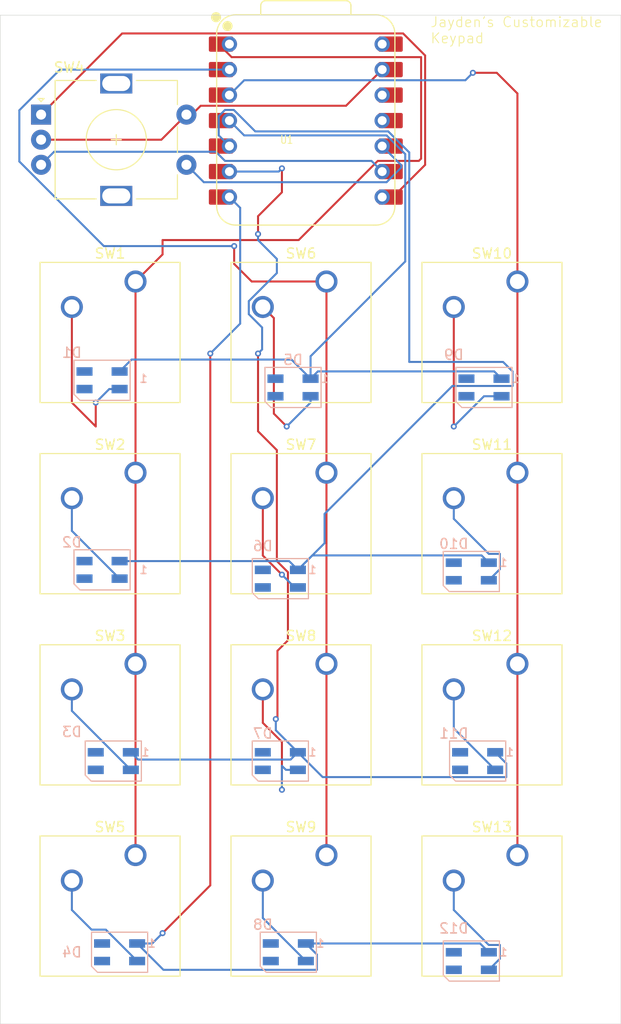
<source format=kicad_pcb>
(kicad_pcb (version 20240108) (generator "pcbnew") (generator_version "8.0")
  (layers (0 "F.Cu" signal) (31 "B.Cu" signal) (34 "B.Paste" user) (35 "F.Paste" user) (36 "B.SilkS" user "B.Silkscreen") (37 "F.SilkS" user "F.Silkscreen") (38 "B.Mask" user) (39 "F.Mask" user) (44 "Edge.Cuts" user))
  (net 0 "")
  (net 1 "row1")
  (net 2 "Net-(D1-A)")
  (net 3 "Net-(D2-A)")
  (net 4 "row2")
  (net 5 "Net-(D3-A)")
  (net 6 "row3")
  (net 7 "row4")
  (net 8 "Net-(D4-A)")
  (net 9 "Net-(D5-A)")
  (net 10 "Net-(D6-A)")
  (net 11 "Net-(D7-A)")
  (net 12 "Net-(D8-A)")
  (net 13 "Net-(D9-A)")
  (net 14 "Net-(D10-A)")
  (net 15 "Net-(D11-A)")
  (net 16 "Net-(D12-A)")
  (net 17 "col1")
  (net 18 "GND")
  (net 19 "Net-(U1-GPIO1{slash}RX)")
  (net 20 "Net-(U1-GPIO2{slash}SCK)")
  (net 21 "Net-(U1-GPIO4{slash}MISO)")
  (net 22 "col2")
  (net 23 "col3")
  (net 26 "+3.3V")
  (footprint "Button_Switch_Keyboard:SW_Cherry_MX_1.00u_PCB" (layer "F.Cu") (at 144.4625 102.235)
    (property "Reference" "SW8" (at -2.54 -2.794 0) (layer "F.SilkS"))
    (property "Value" "SW_Push")
    (fp_line (start -9.525 -1.905) (end 4.445 -1.905) (stroke (width 0.12)) (layer "F.SilkS"))
    (fp_line (start -9.525 12.065) (end -9.525 -1.905) (stroke (width 0.12)) (layer "F.SilkS"))
    (fp_line (start 4.445 -1.905) (end 4.445 12.065) (stroke (width 0.12)) (layer "F.SilkS"))
    (fp_line (start 4.445 12.065) (end -9.525 12.065) (stroke (width 0.12)) (layer "F.SilkS"))
    (pad "" np_thru_hole circle (at -7.62 5.08) (size 1.7 1.7) (drill 1.7) (layers "*.Cu" "*.Mask"))
    (pad "" np_thru_hole circle (at -2.54 5.08) (size 4 4) (drill 4) (layers "*.Cu" "*.Mask"))
    (pad "" np_thru_hole circle (at 2.54 5.08) (size 1.7 1.7) (drill 1.7) (layers "*.Cu" "*.Mask"))
    (pad "1" thru_hole circle (at 0 0) (size 2.2 2.2) (drill 1.5) (layers "*.Cu" "*.Mask") (net 22 "col2"))
    (pad "2" thru_hole circle (at -6.35 2.54) (size 2.2 2.2) (drill 1.5) (layers "*.Cu" "*.Mask") (net 11 "Net-(D7-A)"))
  )
  (footprint "Button_Switch_Keyboard:SW_Cherry_MX_1.00u_PCB" (layer "F.Cu") (at 163.5125 121.285)
    (property "Reference" "SW13" (at -2.54 -2.794 0) (layer "F.SilkS"))
    (property "Value" "SW_Push")
    (fp_line (start -9.525 -1.905) (end 4.445 -1.905) (stroke (width 0.12)) (layer "F.SilkS"))
    (fp_line (start -9.525 12.065) (end -9.525 -1.905) (stroke (width 0.12)) (layer "F.SilkS"))
    (fp_line (start 4.445 -1.905) (end 4.445 12.065) (stroke (width 0.12)) (layer "F.SilkS"))
    (fp_line (start 4.445 12.065) (end -9.525 12.065) (stroke (width 0.12)) (layer "F.SilkS"))
    (pad "" np_thru_hole circle (at -7.62 5.08) (size 1.7 1.7) (drill 1.7) (layers "*.Cu" "*.Mask"))
    (pad "" np_thru_hole circle (at -2.54 5.08) (size 4 4) (drill 4) (layers "*.Cu" "*.Mask"))
    (pad "" np_thru_hole circle (at 2.54 5.08) (size 1.7 1.7) (drill 1.7) (layers "*.Cu" "*.Mask"))
    (pad "1" thru_hole circle (at 0 0) (size 2.2 2.2) (drill 1.5) (layers "*.Cu" "*.Mask") (net 23 "col3"))
    (pad "2" thru_hole circle (at -6.35 2.54) (size 2.2 2.2) (drill 1.5) (layers "*.Cu" "*.Mask") (net 16 "Net-(D12-A)"))
  )
  (footprint "Button_Switch_Keyboard:SW_Cherry_MX_1.00u_PCB" (layer "F.Cu") (at 144.4625 64.135)
    (property "Reference" "SW6" (at -2.54 -2.794 0) (layer "F.SilkS"))
    (property "Value" "SW_Push")
    (fp_line (start -9.525 -1.905) (end 4.445 -1.905) (stroke (width 0.12)) (layer "F.SilkS"))
    (fp_line (start -9.525 12.065) (end -9.525 -1.905) (stroke (width 0.12)) (layer "F.SilkS"))
    (fp_line (start 4.445 -1.905) (end 4.445 12.065) (stroke (width 0.12)) (layer "F.SilkS"))
    (fp_line (start 4.445 12.065) (end -9.525 12.065) (stroke (width 0.12)) (layer "F.SilkS"))
    (pad "" np_thru_hole circle (at -7.62 5.08) (size 1.7 1.7) (drill 1.7) (layers "*.Cu" "*.Mask"))
    (pad "" np_thru_hole circle (at -2.54 5.08) (size 4 4) (drill 4) (layers "*.Cu" "*.Mask"))
    (pad "" np_thru_hole circle (at 2.54 5.08) (size 1.7 1.7) (drill 1.7) (layers "*.Cu" "*.Mask"))
    (pad "1" thru_hole circle (at 0 0) (size 2.2 2.2) (drill 1.5) (layers "*.Cu" "*.Mask") (net 22 "col2"))
    (pad "2" thru_hole circle (at -6.35 2.54) (size 2.2 2.2) (drill 1.5) (layers "*.Cu" "*.Mask") (net 9 "Net-(D5-A)"))
  )
  (footprint "Seeed Studio XIAO Series Library:XIAO-RP2040-DIP" (layer "F.Cu") (at 142.39875 48.10125)
    (property "Reference" "U1" (at -1.905 1.905 0) (layer "F.SilkS") (effects (font (size 0.8 0.635) (thickness 0.1016))))
    (property "Value" "XIAO-RP2040-DIP")
    (fp_line (start -8.89 8.509) (end -8.89 -8.636) (stroke (width 0.127)) (layer "F.SilkS"))
    (fp_line (start -6.985 10.414) (end 6.985 10.414) (stroke (width 0.127)) (layer "F.SilkS"))
    (fp_line (start -4.495 -10.541) (end -4.491272 -11.451272) (stroke (width 0.127)) (layer "F.SilkS"))
    (fp_line (start -3.991272 -11.951) (end 4.004 -11.951) (stroke (width 0.127)) (layer "F.SilkS"))
    (fp_line (start 4.504 -11.451) (end 4.504 -10.541) (stroke (width 0.127)) (layer "F.SilkS"))
    (fp_line (start 6.985 -10.541) (end -6.985 -10.541) (stroke (width 0.1)) (layer "F.SilkS"))
    (fp_line (start 6.985 -10.541) (end -6.985 -10.541) (stroke (width 0.127)) (layer "F.SilkS"))
    (fp_line (start 8.89 8.509) (end 8.89 -8.636) (stroke (width 0.127)) (layer "F.SilkS"))
    (fp_arc (start -8.89 -8.636) (mid -8.332038 -9.983038) (end -6.985 -10.541) (stroke (width 0.127)) (layer "F.SilkS"))
    (fp_arc (start -6.985 10.414) (mid -8.332038 9.856038) (end -8.89 8.509) (stroke (width 0.127)) (layer "F.SilkS"))
    (fp_arc (start -4.491272 -11.451272) (mid -4.344724 -11.804644) (end -3.991272 -11.951) (stroke (width 0.127)) (layer "F.SilkS"))
    (fp_arc (start 4.004 -11.951) (mid 4.357553 -11.804553) (end 4.504 -11.451) (stroke (width 0.127)) (layer "F.SilkS"))
    (fp_arc (start 6.985 -10.541) (mid 8.332038 -9.983038) (end 8.89 -8.636) (stroke (width 0.127)) (layer "F.SilkS"))
    (fp_arc (start 8.89 8.509) (mid 8.332038 9.856038) (end 6.985 10.414) (stroke (width 0.127)) (layer "F.SilkS"))
    (fp_circle (center -8.95 -10.3) (end -8.95 -10.554) (stroke (width 0.5)) (fill solid) (layer "F.SilkS"))
    (fp_circle (center -7.807 -9.42) (end -7.807 -9.674) (stroke (width 0.5)) (fill solid) (layer "F.SilkS"))
    (pad "1" smd roundrect (at -8.455 -7.62 180) (size 2.432 1.524) (layers "F.Cu" "F.Mask") (roundrect_rratio 0.1) (net 17 "col1"))
    (pad "1" thru_hole circle (at -7.62 -7.62 180) (size 1.524 1.524) (drill 0.889) (layers "*.Cu" "*.Mask") (net 17 "col1"))
    (pad "2" smd roundrect (at -8.455 -5.08 180) (size 2.432 1.524) (layers "F.Cu" "F.Mask") (roundrect_rratio 0.1) (net 22 "col2"))
    (pad "2" thru_hole circle (at -7.62 -5.08 180) (size 1.524 1.524) (drill 0.889) (layers "*.Cu" "*.Mask") (net 22 "col2"))
    (pad "3" smd roundrect (at -8.455 -2.54 180) (size 2.432 1.524) (layers "F.Cu" "F.Mask") (roundrect_rratio 0.1) (net 23 "col3"))
    (pad "3" thru_hole circle (at -7.62 -2.54 180) (size 1.524 1.524) (drill 0.889) (layers "*.Cu" "*.Mask") (net 23 "col3"))
    (pad "4" smd roundrect (at -8.455 0 180) (size 2.432 1.524) (layers "F.Cu" "F.Mask") (roundrect_rratio 0.1) (net 1 "row1"))
    (pad "4" thru_hole circle (at -7.62 0 180) (size 1.524 1.524) (drill 0.889) (layers "*.Cu" "*.Mask") (net 1 "row1"))
    (pad "5" smd roundrect (at -8.455 2.54 180) (size 2.432 1.524) (layers "F.Cu" "F.Mask") (roundrect_rratio 0.1) (net 4 "row2"))
    (pad "5" thru_hole circle (at -7.62 2.54 180) (size 1.524 1.524) (drill 0.889) (layers "*.Cu" "*.Mask") (net 4 "row2"))
    (pad "6" smd roundrect (at -8.455 5.08 180) (size 2.432 1.524) (layers "F.Cu" "F.Mask") (roundrect_rratio 0.1) (net 6 "row3"))
    (pad "6" thru_hole circle (at -7.62 5.08 180) (size 1.524 1.524) (drill 0.889) (layers "*.Cu" "*.Mask") (net 6 "row3"))
    (pad "7" smd roundrect (at -8.455 7.62 180) (size 2.432 1.524) (layers "F.Cu" "F.Mask") (roundrect_rratio 0.1) (net 7 "row4"))
    (pad "7" thru_hole circle (at -7.62 7.62 180) (size 1.524 1.524) (drill 0.889) (layers "*.Cu" "*.Mask") (net 7 "row4"))
    (pad "8" thru_hole circle (at 7.62 7.62) (size 1.524 1.524) (drill 0.889) (layers "*.Cu" "*.Mask") (net 19 "Net-(U1-GPIO1{slash}RX)"))
    (pad "8" smd roundrect (at 8.455 7.62) (size 2.432 1.524) (layers "F.Cu" "F.Mask") (roundrect_rratio 0.1) (net 19 "Net-(U1-GPIO1{slash}RX)"))
    (pad "9" thru_hole circle (at 7.62 5.08) (size 1.524 1.524) (drill 0.889) (layers "*.Cu" "*.Mask") (net 20 "Net-(U1-GPIO2{slash}SCK)"))
    (pad "9" smd roundrect (at 8.455 5.08) (size 2.432 1.524) (layers "F.Cu" "F.Mask") (roundrect_rratio 0.1) (net 20 "Net-(U1-GPIO2{slash}SCK)"))
    (pad "10" thru_hole circle (at 7.62 2.54) (size 1.524 1.524) (drill 0.889) (layers "*.Cu" "*.Mask") (net 21 "Net-(U1-GPIO4{slash}MISO)"))
    (pad "10" smd roundrect (at 8.455 2.54) (size 2.432 1.524) (layers "F.Cu" "F.Mask") (roundrect_rratio 0.1) (net 21 "Net-(U1-GPIO4{slash}MISO)"))
    (pad "11" thru_hole circle (at 7.62 0) (size 1.524 1.524) (drill 0.889) (layers "*.Cu" "*.Mask"))
    (pad "11" smd roundrect (at 8.455 0) (size 2.432 1.524) (layers "F.Cu" "F.Mask") (roundrect_rratio 0.1))
    (pad "12" thru_hole circle (at 7.62 -2.54) (size 1.524 1.524) (drill 0.889) (layers "*.Cu" "*.Mask") (net 26 "+3.3V"))
    (pad "12" smd roundrect (at 8.455 -2.54) (size 2.432 1.524) (layers "F.Cu" "F.Mask") (roundrect_rratio 0.1) (net 26 "+3.3V"))
    (pad "13" thru_hole circle (at 7.62 -5.08) (size 1.524 1.524) (drill 0.889) (layers "*.Cu" "*.Mask") (net 18 "GND"))
    (pad "13" smd roundrect (at 8.455 -5.08) (size 2.432 1.524) (layers "F.Cu" "F.Mask") (roundrect_rratio 0.1) (net 18 "GND"))
    (pad "14" thru_hole circle (at 7.62 -7.62) (size 1.524 1.524) (drill 0.889) (layers "*.Cu" "*.Mask"))
    (pad "14" smd roundrect (at 8.455 -7.62) (size 2.432 1.524) (layers "F.Cu" "F.Mask") (roundrect_rratio 0.1))
  )
  (footprint "Button_Switch_Keyboard:SW_Cherry_MX_1.00u_PCB" (layer "F.Cu") (at 125.4125 83.185)
    (property "Reference" "SW2" (at -2.54 -2.794 0) (layer "F.SilkS"))
    (property "Value" "SW_Push")
    (fp_line (start -9.525 -1.905) (end 4.445 -1.905) (stroke (width 0.12)) (layer "F.SilkS"))
    (fp_line (start -9.525 12.065) (end -9.525 -1.905) (stroke (width 0.12)) (layer "F.SilkS"))
    (fp_line (start 4.445 -1.905) (end 4.445 12.065) (stroke (width 0.12)) (layer "F.SilkS"))
    (fp_line (start 4.445 12.065) (end -9.525 12.065) (stroke (width 0.12)) (layer "F.SilkS"))
    (pad "" np_thru_hole circle (at -7.62 5.08) (size 1.7 1.7) (drill 1.7) (layers "*.Cu" "*.Mask"))
    (pad "" np_thru_hole circle (at -2.54 5.08) (size 4 4) (drill 4) (layers "*.Cu" "*.Mask"))
    (pad "" np_thru_hole circle (at 2.54 5.08) (size 1.7 1.7) (drill 1.7) (layers "*.Cu" "*.Mask"))
    (pad "1" thru_hole circle (at 0 0) (size 2.2 2.2) (drill 1.5) (layers "*.Cu" "*.Mask") (net 17 "col1"))
    (pad "2" thru_hole circle (at -6.35 2.54) (size 2.2 2.2) (drill 1.5) (layers "*.Cu" "*.Mask") (net 3 "Net-(D2-A)"))
  )
  (footprint "Button_Switch_Keyboard:SW_Cherry_MX_1.00u_PCB" (layer "F.Cu") (at 144.4625 83.185)
    (property "Reference" "SW7" (at -2.54 -2.794 0) (layer "F.SilkS"))
    (property "Value" "SW_Push")
    (fp_line (start -9.525 -1.905) (end 4.445 -1.905) (stroke (width 0.12)) (layer "F.SilkS"))
    (fp_line (start -9.525 12.065) (end -9.525 -1.905) (stroke (width 0.12)) (layer "F.SilkS"))
    (fp_line (start 4.445 -1.905) (end 4.445 12.065) (stroke (width 0.12)) (layer "F.SilkS"))
    (fp_line (start 4.445 12.065) (end -9.525 12.065) (stroke (width 0.12)) (layer "F.SilkS"))
    (pad "" np_thru_hole circle (at -7.62 5.08) (size 1.7 1.7) (drill 1.7) (layers "*.Cu" "*.Mask"))
    (pad "" np_thru_hole circle (at -2.54 5.08) (size 4 4) (drill 4) (layers "*.Cu" "*.Mask"))
    (pad "" np_thru_hole circle (at 2.54 5.08) (size 1.7 1.7) (drill 1.7) (layers "*.Cu" "*.Mask"))
    (pad "1" thru_hole circle (at 0 0) (size 2.2 2.2) (drill 1.5) (layers "*.Cu" "*.Mask") (net 22 "col2"))
    (pad "2" thru_hole circle (at -6.35 2.54) (size 2.2 2.2) (drill 1.5) (layers "*.Cu" "*.Mask") (net 10 "Net-(D6-A)"))
  )
  (footprint "Button_Switch_Keyboard:SW_Cherry_MX_1.00u_PCB" (layer "F.Cu") (at 125.4125 102.235)
    (property "Reference" "SW3" (at -2.54 -2.794 0) (layer "F.SilkS"))
    (property "Value" "SW_Push")
    (fp_line (start -9.525 -1.905) (end 4.445 -1.905) (stroke (width 0.12)) (layer "F.SilkS"))
    (fp_line (start -9.525 12.065) (end -9.525 -1.905) (stroke (width 0.12)) (layer "F.SilkS"))
    (fp_line (start 4.445 -1.905) (end 4.445 12.065) (stroke (width 0.12)) (layer "F.SilkS"))
    (fp_line (start 4.445 12.065) (end -9.525 12.065) (stroke (width 0.12)) (layer "F.SilkS"))
    (pad "" np_thru_hole circle (at -7.62 5.08) (size 1.7 1.7) (drill 1.7) (layers "*.Cu" "*.Mask"))
    (pad "" np_thru_hole circle (at -2.54 5.08) (size 4 4) (drill 4) (layers "*.Cu" "*.Mask"))
    (pad "" np_thru_hole circle (at 2.54 5.08) (size 1.7 1.7) (drill 1.7) (layers "*.Cu" "*.Mask"))
    (pad "1" thru_hole circle (at 0 0) (size 2.2 2.2) (drill 1.5) (layers "*.Cu" "*.Mask") (net 17 "col1"))
    (pad "2" thru_hole circle (at -6.35 2.54) (size 2.2 2.2) (drill 1.5) (layers "*.Cu" "*.Mask") (net 5 "Net-(D3-A)"))
  )
  (footprint "Rotary_Encoder:RotaryEncoder_Alps_EC11E-Switch_Vertical_H20mm" (layer "F.Cu") (at 115.9925 47.50625)
    (property "Reference" "SW4" (at 2.8 -4.7 0) (layer "F.SilkS"))
    (property "Value" "RotaryEncoder_Switch")
    (fp_line (start -0.3 -1.6) (end 0.3 -1.6) (stroke (width 0.12)) (layer "F.SilkS"))
    (fp_line (start 0 -1.3) (end -0.3 -1.6) (stroke (width 0.12)) (layer "F.SilkS"))
    (fp_line (start 0.3 -1.6) (end 0 -1.3) (stroke (width 0.12)) (layer "F.SilkS"))
    (fp_line (start 1.4 -3.4) (end 1.4 8.4) (stroke (width 0.12)) (layer "F.SilkS"))
    (fp_line (start 5.5 -3.4) (end 1.4 -3.4) (stroke (width 0.12)) (layer "F.SilkS"))
    (fp_line (start 5.5 8.4) (end 1.4 8.4) (stroke (width 0.12)) (layer "F.SilkS"))
    (fp_line (start 7 2.5) (end 8 2.5) (stroke (width 0.12)) (layer "F.SilkS"))
    (fp_line (start 7.5 2) (end 7.5 3) (stroke (width 0.12)) (layer "F.SilkS"))
    (fp_line (start 9.5 -3.4) (end 13.6 -3.4) (stroke (width 0.12)) (layer "F.SilkS"))
    (fp_line (start 13.6 -3.4) (end 13.6 -1) (stroke (width 0.12)) (layer "F.SilkS"))
    (fp_line (start 13.6 1.2) (end 13.6 3.8) (stroke (width 0.12)) (layer "F.SilkS"))
    (fp_line (start 13.6 6) (end 13.6 8.4) (stroke (width 0.12)) (layer "F.SilkS"))
    (fp_line (start 13.6 8.4) (end 9.5 8.4) (stroke (width 0.12)) (layer "F.SilkS"))
    (fp_circle (center 7.5 2.5) (end 10.5 2.5) (stroke (width 0.12)) (fill none) (layer "F.SilkS"))
    (pad "A" thru_hole rect (at 0 0) (size 2 2) (drill 1) (layers "*.Cu" "*.Mask") (net 19 "Net-(U1-GPIO1{slash}RX)"))
    (pad "B" thru_hole circle (at 0 5) (size 2 2) (drill 1) (layers "*.Cu" "*.Mask") (net 20 "Net-(U1-GPIO2{slash}SCK)"))
    (pad "C" thru_hole circle (at 0 2.5) (size 2 2) (drill 1) (layers "*.Cu" "*.Mask") (net 18 "GND"))
    (pad "MP" thru_hole rect (at 7.5 -3.1) (size 3.2 2) (drill oval 2.8 1.5) (layers "*.Cu" "*.Mask"))
    (pad "MP" thru_hole rect (at 7.5 8.1) (size 3.2 2) (drill oval 2.8 1.5) (layers "*.Cu" "*.Mask"))
    (pad "S1" thru_hole circle (at 14.5 5) (size 2 2) (drill 1) (layers "*.Cu" "*.Mask") (net 21 "Net-(U1-GPIO4{slash}MISO)"))
    (pad "S2" thru_hole circle (at 14.5 0) (size 2 2) (drill 1) (layers "*.Cu" "*.Mask") (net 18 "GND"))
  )
  (footprint "Button_Switch_Keyboard:SW_Cherry_MX_1.00u_PCB" (layer "F.Cu") (at 163.5125 64.135)
    (property "Reference" "SW10" (at -2.54 -2.794 0) (layer "F.SilkS"))
    (property "Value" "SW_Push")
    (fp_line (start -9.525 -1.905) (end 4.445 -1.905) (stroke (width 0.12)) (layer "F.SilkS"))
    (fp_line (start -9.525 12.065) (end -9.525 -1.905) (stroke (width 0.12)) (layer "F.SilkS"))
    (fp_line (start 4.445 -1.905) (end 4.445 12.065) (stroke (width 0.12)) (layer "F.SilkS"))
    (fp_line (start 4.445 12.065) (end -9.525 12.065) (stroke (width 0.12)) (layer "F.SilkS"))
    (pad "" np_thru_hole circle (at -7.62 5.08) (size 1.7 1.7) (drill 1.7) (layers "*.Cu" "*.Mask"))
    (pad "" np_thru_hole circle (at -2.54 5.08) (size 4 4) (drill 4) (layers "*.Cu" "*.Mask"))
    (pad "" np_thru_hole circle (at 2.54 5.08) (size 1.7 1.7) (drill 1.7) (layers "*.Cu" "*.Mask"))
    (pad "1" thru_hole circle (at 0 0) (size 2.2 2.2) (drill 1.5) (layers "*.Cu" "*.Mask") (net 23 "col3"))
    (pad "2" thru_hole circle (at -6.35 2.54) (size 2.2 2.2) (drill 1.5) (layers "*.Cu" "*.Mask") (net 13 "Net-(D9-A)"))
  )
  (footprint "Button_Switch_Keyboard:SW_Cherry_MX_1.00u_PCB" (layer "F.Cu") (at 125.4125 121.285)
    (property "Reference" "SW5" (at -2.54 -2.794 0) (layer "F.SilkS"))
    (property "Value" "SW_Push")
    (fp_line (start -9.525 -1.905) (end 4.445 -1.905) (stroke (width 0.12)) (layer "F.SilkS"))
    (fp_line (start -9.525 12.065) (end -9.525 -1.905) (stroke (width 0.12)) (layer "F.SilkS"))
    (fp_line (start 4.445 -1.905) (end 4.445 12.065) (stroke (width 0.12)) (layer "F.SilkS"))
    (fp_line (start 4.445 12.065) (end -9.525 12.065) (stroke (width 0.12)) (layer "F.SilkS"))
    (pad "" np_thru_hole circle (at -7.62 5.08) (size 1.7 1.7) (drill 1.7) (layers "*.Cu" "*.Mask"))
    (pad "" np_thru_hole circle (at -2.54 5.08) (size 4 4) (drill 4) (layers "*.Cu" "*.Mask"))
    (pad "" np_thru_hole circle (at 2.54 5.08) (size 1.7 1.7) (drill 1.7) (layers "*.Cu" "*.Mask"))
    (pad "1" thru_hole circle (at 0 0) (size 2.2 2.2) (drill 1.5) (layers "*.Cu" "*.Mask") (net 17 "col1"))
    (pad "2" thru_hole circle (at -6.35 2.54) (size 2.2 2.2) (drill 1.5) (layers "*.Cu" "*.Mask") (net 8 "Net-(D4-A)"))
  )
  (footprint "Button_Switch_Keyboard:SW_Cherry_MX_1.00u_PCB" (layer "F.Cu") (at 163.5125 102.235)
    (property "Reference" "SW12" (at -2.54 -2.794 0) (layer "F.SilkS"))
    (property "Value" "SW_Push")
    (fp_line (start -9.525 -1.905) (end 4.445 -1.905) (stroke (width 0.12)) (layer "F.SilkS"))
    (fp_line (start -9.525 12.065) (end -9.525 -1.905) (stroke (width 0.12)) (layer "F.SilkS"))
    (fp_line (start 4.445 -1.905) (end 4.445 12.065) (stroke (width 0.12)) (layer "F.SilkS"))
    (fp_line (start 4.445 12.065) (end -9.525 12.065) (stroke (width 0.12)) (layer "F.SilkS"))
    (pad "" np_thru_hole circle (at -7.62 5.08) (size 1.7 1.7) (drill 1.7) (layers "*.Cu" "*.Mask"))
    (pad "" np_thru_hole circle (at -2.54 5.08) (size 4 4) (drill 4) (layers "*.Cu" "*.Mask"))
    (pad "" np_thru_hole circle (at 2.54 5.08) (size 1.7 1.7) (drill 1.7) (layers "*.Cu" "*.Mask"))
    (pad "1" thru_hole circle (at 0 0) (size 2.2 2.2) (drill 1.5) (layers "*.Cu" "*.Mask") (net 23 "col3"))
    (pad "2" thru_hole circle (at -6.35 2.54) (size 2.2 2.2) (drill 1.5) (layers "*.Cu" "*.Mask") (net 15 "Net-(D11-A)"))
  )
  (footprint "Button_Switch_Keyboard:SW_Cherry_MX_1.00u_PCB" (layer "F.Cu") (at 163.5125 83.185)
    (property "Reference" "SW11" (at -2.54 -2.794 0) (layer "F.SilkS"))
    (property "Value" "SW_Push")
    (fp_line (start -9.525 -1.905) (end 4.445 -1.905) (stroke (width 0.12)) (layer "F.SilkS"))
    (fp_line (start -9.525 12.065) (end -9.525 -1.905) (stroke (width 0.12)) (layer "F.SilkS"))
    (fp_line (start 4.445 -1.905) (end 4.445 12.065) (stroke (width 0.12)) (layer "F.SilkS"))
    (fp_line (start 4.445 12.065) (end -9.525 12.065) (stroke (width 0.12)) (layer "F.SilkS"))
    (pad "" np_thru_hole circle (at -7.62 5.08) (size 1.7 1.7) (drill 1.7) (layers "*.Cu" "*.Mask"))
    (pad "" np_thru_hole circle (at -2.54 5.08) (size 4 4) (drill 4) (layers "*.Cu" "*.Mask"))
    (pad "" np_thru_hole circle (at 2.54 5.08) (size 1.7 1.7) (drill 1.7) (layers "*.Cu" "*.Mask"))
    (pad "1" thru_hole circle (at 0 0) (size 2.2 2.2) (drill 1.5) (layers "*.Cu" "*.Mask") (net 23 "col3"))
    (pad "2" thru_hole circle (at -6.35 2.54) (size 2.2 2.2) (drill 1.5) (layers "*.Cu" "*.Mask") (net 14 "Net-(D10-A)"))
  )
  (footprint "Button_Switch_Keyboard:SW_Cherry_MX_1.00u_PCB" (layer "F.Cu") (at 144.4625 121.285)
    (property "Reference" "SW9" (at -2.54 -2.794 0) (layer "F.SilkS"))
    (property "Value" "SW_Push")
    (fp_line (start -9.525 -1.905) (end 4.445 -1.905) (stroke (width 0.12)) (layer "F.SilkS"))
    (fp_line (start -9.525 12.065) (end -9.525 -1.905) (stroke (width 0.12)) (layer "F.SilkS"))
    (fp_line (start 4.445 -1.905) (end 4.445 12.065) (stroke (width 0.12)) (layer "F.SilkS"))
    (fp_line (start 4.445 12.065) (end -9.525 12.065) (stroke (width 0.12)) (layer "F.SilkS"))
    (pad "" np_thru_hole circle (at -7.62 5.08) (size 1.7 1.7) (drill 1.7) (layers "*.Cu" "*.Mask"))
    (pad "" np_thru_hole circle (at -2.54 5.08) (size 4 4) (drill 4) (layers "*.Cu" "*.Mask"))
    (pad "" np_thru_hole circle (at 2.54 5.08) (size 1.7 1.7) (drill 1.7) (layers "*.Cu" "*.Mask"))
    (pad "1" thru_hole circle (at 0 0) (size 2.2 2.2) (drill 1.5) (layers "*.Cu" "*.Mask") (net 22 "col2"))
    (pad "2" thru_hole circle (at -6.35 2.54) (size 2.2 2.2) (drill 1.5) (layers "*.Cu" "*.Mask") (net 12 "Net-(D8-A)"))
  )
  (footprint "Button_Switch_Keyboard:SW_Cherry_MX_1.00u_PCB" (layer "F.Cu") (at 125.4125 64.135)
    (property "Reference" "SW1" (at -2.54 -2.794 0) (layer "F.SilkS"))
    (property "Value" "SW_Push")
    (fp_line (start -9.525 -1.905) (end 4.445 -1.905) (stroke (width 0.12)) (layer "F.SilkS"))
    (fp_line (start -9.525 12.065) (end -9.525 -1.905) (stroke (width 0.12)) (layer "F.SilkS"))
    (fp_line (start 4.445 -1.905) (end 4.445 12.065) (stroke (width 0.12)) (layer "F.SilkS"))
    (fp_line (start 4.445 12.065) (end -9.525 12.065) (stroke (width 0.12)) (layer "F.SilkS"))
    (pad "" np_thru_hole circle (at -7.62 5.08) (size 1.7 1.7) (drill 1.7) (layers "*.Cu" "*.Mask"))
    (pad "" np_thru_hole circle (at -2.54 5.08) (size 4 4) (drill 4) (layers "*.Cu" "*.Mask"))
    (pad "" np_thru_hole circle (at 2.54 5.08) (size 1.7 1.7) (drill 1.7) (layers "*.Cu" "*.Mask"))
    (pad "1" thru_hole circle (at 0 0) (size 2.2 2.2) (drill 1.5) (layers "*.Cu" "*.Mask") (net 17 "col1"))
    (pad "2" thru_hole circle (at -6.35 2.54) (size 2.2 2.2) (drill 1.5) (layers "*.Cu" "*.Mask") (net 2 "Net-(D1-A)"))
  )
  (footprint "LED_SMD:LED_SK6812MINI_PLCC4_3.5x3.5mm_P1.75mm" (layer "B.Cu") (at 139.85875 111.91875 180)
    (property "Reference" "D7" (at 1.74625 2.75 0) (layer "B.SilkS") (effects (justify mirror)))
    (property "Value" "D")
    (fp_line (start 2.8 2) (end 2.8 -1.4) (stroke (width 0.12)) (layer "B.SilkS"))
    (fp_line (start 2.8 2) (end -2.8 2) (stroke (width 0.12)) (layer "B.SilkS"))
    (fp_line (start 2.2 -2) (end 2.8 -1.4) (stroke (width 0.12)) (layer "B.SilkS"))
    (fp_line (start 2.2 -2) (end -2.8 -2) (stroke (width 0.12)) (layer "B.SilkS"))
    (fp_line (start -2.8 -2) (end -2.8 2) (stroke (width 0.12)) (layer "B.SilkS"))
    (fp_text user "1" (at -3.2 0.875 0) (layer "B.SilkS") (effects (font (size 0.8 0.8)) (justify mirror)))
    (pad "1" smd rect (at -1.75 0.875 180) (size 1.6 0.85) (layers "B.Cu" "B.Paste" "B.Mask") (net 6 "row3"))
    (pad "2" smd rect (at -1.75 -0.875 180) (size 1.6 0.85) (layers "B.Cu" "B.Paste" "B.Mask") (net 11 "Net-(D7-A)"))
    (pad "3" smd rect (at 1.75 -0.875 180) (size 1.6 0.85) (layers "B.Cu" "B.Paste" "B.Mask"))
    (pad "4" smd rect (at 1.75 0.875 180) (size 1.6 0.85) (layers "B.Cu" "B.Paste" "B.Mask"))
  )
  (footprint "LED_SMD:LED_SK6812MINI_PLCC4_3.5x3.5mm_P1.75mm" (layer "B.Cu") (at 139.8625 93.74375 180)
    (property "Reference" "D6" (at 1.75 3.25625 0) (layer "B.SilkS") (effects (justify mirror)))
    (property "Value" "D")
    (fp_line (start 2.8 2) (end 2.8 -1.4) (stroke (width 0.12)) (layer "B.SilkS"))
    (fp_line (start 2.8 2) (end -2.8 2) (stroke (width 0.12)) (layer "B.SilkS"))
    (fp_line (start 2.2 -2) (end 2.8 -1.4) (stroke (width 0.12)) (layer "B.SilkS"))
    (fp_line (start 2.2 -2) (end -2.8 -2) (stroke (width 0.12)) (layer "B.SilkS"))
    (fp_line (start -2.8 -2) (end -2.8 2) (stroke (width 0.12)) (layer "B.SilkS"))
    (fp_text user "1" (at -3.2 0.875 0) (layer "B.SilkS") (effects (font (size 0.8 0.8)) (justify mirror)))
    (pad "1" smd rect (at -1.75 0.875 180) (size 1.6 0.85) (layers "B.Cu" "B.Paste" "B.Mask") (net 4 "row2"))
    (pad "2" smd rect (at -1.75 -0.875 180) (size 1.6 0.85) (layers "B.Cu" "B.Paste" "B.Mask") (net 10 "Net-(D6-A)"))
    (pad "3" smd rect (at 1.75 -0.875 180) (size 1.6 0.85) (layers "B.Cu" "B.Paste" "B.Mask"))
    (pad "4" smd rect (at 1.75 0.875 180) (size 1.6 0.85) (layers "B.Cu" "B.Paste" "B.Mask"))
  )
  (footprint "LED_SMD:LED_SK6812MINI_PLCC4_3.5x3.5mm_P1.75mm" (layer "B.Cu") (at 122.075 92.86875 180)
    (property "Reference" "D2" (at 3.0125 2.75 0) (layer "B.SilkS") (effects (justify mirror)))
    (property "Value" "D")
    (fp_line (start 2.8 2) (end 2.8 -1.4) (stroke (width 0.12)) (layer "B.SilkS"))
    (fp_line (start 2.8 2) (end -2.8 2) (stroke (width 0.12)) (layer "B.SilkS"))
    (fp_line (start 2.2 -2) (end 2.8 -1.4) (stroke (width 0.12)) (layer "B.SilkS"))
    (fp_line (start 2.2 -2) (end -2.8 -2) (stroke (width 0.12)) (layer "B.SilkS"))
    (fp_line (start -2.8 -2) (end -2.8 2) (stroke (width 0.12)) (layer "B.SilkS"))
    (fp_text user "1" (at -4.13125 0 0) (layer "B.SilkS") (effects (font (size 0.8 0.8)) (justify mirror)))
    (pad "1" smd rect (at -1.75 0.875 180) (size 1.6 0.85) (layers "B.Cu" "B.Paste" "B.Mask") (net 4 "row2"))
    (pad "2" smd rect (at -1.75 -0.875 180) (size 1.6 0.85) (layers "B.Cu" "B.Paste" "B.Mask") (net 3 "Net-(D2-A)"))
    (pad "3" smd rect (at 1.75 -0.875 180) (size 1.6 0.85) (layers "B.Cu" "B.Paste" "B.Mask"))
    (pad "4" smd rect (at 1.75 0.875 180) (size 1.6 0.85) (layers "B.Cu" "B.Paste" "B.Mask"))
  )
  (footprint "LED_SMD:LED_SK6812MINI_PLCC4_3.5x3.5mm_P1.75mm" (layer "B.Cu") (at 123.825 130.96875 180)
    (property "Reference" "D4" (at 4.7625 0 0) (layer "B.SilkS") (effects (justify mirror)))
    (property "Value" "D")
    (fp_line (start 2.8 2) (end 2.8 -1.4) (stroke (width 0.12)) (layer "B.SilkS"))
    (fp_line (start 2.8 2) (end -2.8 2) (stroke (width 0.12)) (layer "B.SilkS"))
    (fp_line (start 2.2 -2) (end 2.8 -1.4) (stroke (width 0.12)) (layer "B.SilkS"))
    (fp_line (start 2.2 -2) (end -2.8 -2) (stroke (width 0.12)) (layer "B.SilkS"))
    (fp_line (start -2.8 -2) (end -2.8 2) (stroke (width 0.12)) (layer "B.SilkS"))
    (fp_text user "1" (at -3.2 0.875 0) (layer "B.SilkS") (effects (font (size 0.8 0.8)) (justify mirror)))
    (pad "1" smd rect (at -1.75 0.875 180) (size 1.6 0.85) (layers "B.Cu" "B.Paste" "B.Mask") (net 7 "row4"))
    (pad "2" smd rect (at -1.75 -0.875 180) (size 1.6 0.85) (layers "B.Cu" "B.Paste" "B.Mask") (net 8 "Net-(D4-A)"))
    (pad "3" smd rect (at 1.75 -0.875 180) (size 1.6 0.85) (layers "B.Cu" "B.Paste" "B.Mask"))
    (pad "4" smd rect (at 1.75 0.875 180) (size 1.6 0.85) (layers "B.Cu" "B.Paste" "B.Mask"))
  )
  (footprint "LED_SMD:LED_SK6812MINI_PLCC4_3.5x3.5mm_P1.75mm" (layer "B.Cu") (at 159.54375 111.91875 180)
    (property "Reference" "D11" (at 2.38125 2.75 0) (layer "B.SilkS") (effects (justify mirror)))
    (property "Value" "D")
    (fp_line (start 2.8 2) (end 2.8 -1.4) (stroke (width 0.12)) (layer "B.SilkS"))
    (fp_line (start 2.8 2) (end -2.8 2) (stroke (width 0.12)) (layer "B.SilkS"))
    (fp_line (start 2.2 -2) (end 2.8 -1.4) (stroke (width 0.12)) (layer "B.SilkS"))
    (fp_line (start 2.2 -2) (end -2.8 -2) (stroke (width 0.12)) (layer "B.SilkS"))
    (fp_line (start -2.8 -2) (end -2.8 2) (stroke (width 0.12)) (layer "B.SilkS"))
    (fp_text user "1" (at -3.2 0.875 0) (layer "B.SilkS") (effects (font (size 0.8 0.8)) (justify mirror)))
    (pad "1" smd rect (at -1.75 0.875 180) (size 1.6 0.85) (layers "B.Cu" "B.Paste" "B.Mask") (net 6 "row3"))
    (pad "2" smd rect (at -1.75 -0.875 180) (size 1.6 0.85) (layers "B.Cu" "B.Paste" "B.Mask") (net 15 "Net-(D11-A)"))
    (pad "3" smd rect (at 1.75 -0.875 180) (size 1.6 0.85) (layers "B.Cu" "B.Paste" "B.Mask"))
    (pad "4" smd rect (at 1.75 0.875 180) (size 1.6 0.85) (layers "B.Cu" "B.Paste" "B.Mask"))
  )
  (footprint "LED_SMD:LED_SK6812MINI_PLCC4_3.5x3.5mm_P1.75mm" (layer "B.Cu") (at 123.19375 111.91875 180)
    (property "Reference" "D3" (at 4.13125 2.90875 0) (layer "B.SilkS") (effects (justify mirror)))
    (property "Value" "D")
    (fp_line (start 2.8 2) (end 2.8 -1.4) (stroke (width 0.12)) (layer "B.SilkS"))
    (fp_line (start 2.8 2) (end -2.8 2) (stroke (width 0.12)) (layer "B.SilkS"))
    (fp_line (start 2.2 -2) (end 2.8 -1.4) (stroke (width 0.12)) (layer "B.SilkS"))
    (fp_line (start 2.2 -2) (end -2.8 -2) (stroke (width 0.12)) (layer "B.SilkS"))
    (fp_line (start -2.8 -2) (end -2.8 2) (stroke (width 0.12)) (layer "B.SilkS"))
    (fp_text user "1" (at -3.2 0.875 0) (layer "B.SilkS") (effects (font (size 0.8 0.8)) (justify mirror)))
    (pad "1" smd rect (at -1.75 0.875 180) (size 1.6 0.85) (layers "B.Cu" "B.Paste" "B.Mask") (net 6 "row3"))
    (pad "2" smd rect (at -1.75 -0.875 180) (size 1.6 0.85) (layers "B.Cu" "B.Paste" "B.Mask") (net 5 "Net-(D3-A)"))
    (pad "3" smd rect (at 1.75 -0.875 180) (size 1.6 0.85) (layers "B.Cu" "B.Paste" "B.Mask"))
    (pad "4" smd rect (at 1.75 0.875 180) (size 1.6 0.85) (layers "B.Cu" "B.Paste" "B.Mask"))
  )
  (footprint "LED_SMD:LED_SK6812MINI_PLCC4_3.5x3.5mm_P1.75mm" (layer "B.Cu") (at 141.125 74.69375 180)
    (property "Reference" "D5" (at 0 2.75 0) (layer "B.SilkS") (effects (justify mirror)))
    (property "Value" "D")
    (fp_line (start 2.8 2) (end 2.8 -1.4) (stroke (width 0.12)) (layer "B.SilkS"))
    (fp_line (start 2.8 2) (end -2.8 2) (stroke (width 0.12)) (layer "B.SilkS"))
    (fp_line (start 2.2 -2) (end 2.8 -1.4) (stroke (width 0.12)) (layer "B.SilkS"))
    (fp_line (start 2.2 -2) (end -2.8 -2) (stroke (width 0.12)) (layer "B.SilkS"))
    (fp_line (start -2.8 -2) (end -2.8 2) (stroke (width 0.12)) (layer "B.SilkS"))
    (fp_text user "1" (at -3.2 0.875 0) (layer "B.SilkS") (effects (font (size 0.8 0.8)) (justify mirror)))
    (pad "1" smd rect (at -1.75 0.875 180) (size 1.6 0.85) (layers "B.Cu" "B.Paste" "B.Mask") (net 1 "row1"))
    (pad "2" smd rect (at -1.75 -0.875 180) (size 1.6 0.85) (layers "B.Cu" "B.Paste" "B.Mask") (net 9 "Net-(D5-A)"))
    (pad "3" smd rect (at 1.75 -0.875 180) (size 1.6 0.85) (layers "B.Cu" "B.Paste" "B.Mask"))
    (pad "4" smd rect (at 1.75 0.875 180) (size 1.6 0.85) (layers "B.Cu" "B.Paste" "B.Mask"))
  )
  (footprint "LED_SMD:LED_SK6812MINI_PLCC4_3.5x3.5mm_P1.75mm" (layer "B.Cu") (at 158.90875 93.0275 180)
    (property "Reference" "D10" (at 1.74625 2.75 0) (layer "B.SilkS") (effects (justify mirror)))
    (property "Value" "D")
    (fp_line (start 2.8 2) (end 2.8 -1.4) (stroke (width 0.12)) (layer "B.SilkS"))
    (fp_line (start 2.8 2) (end -2.8 2) (stroke (width 0.12)) (layer "B.SilkS"))
    (fp_line (start 2.2 -2) (end 2.8 -1.4) (stroke (width 0.12)) (layer "B.SilkS"))
    (fp_line (start 2.2 -2) (end -2.8 -2) (stroke (width 0.12)) (layer "B.SilkS"))
    (fp_line (start -2.8 -2) (end -2.8 2) (stroke (width 0.12)) (layer "B.SilkS"))
    (fp_text user "1" (at -3.2 0.875 0) (layer "B.SilkS") (effects (font (size 0.8 0.8)) (justify mirror)))
    (pad "1" smd rect (at -1.75 0.875 180) (size 1.6 0.85) (layers "B.Cu" "B.Paste" "B.Mask") (net 4 "row2"))
    (pad "2" smd rect (at -1.75 -0.875 180) (size 1.6 0.85) (layers "B.Cu" "B.Paste" "B.Mask") (net 14 "Net-(D10-A)"))
    (pad "3" smd rect (at 1.75 -0.875 180) (size 1.6 0.85) (layers "B.Cu" "B.Paste" "B.Mask"))
    (pad "4" smd rect (at 1.75 0.875 180) (size 1.6 0.85) (layers "B.Cu" "B.Paste" "B.Mask"))
  )
  (footprint "LED_SMD:LED_SK6812MINI_PLCC4_3.5x3.5mm_P1.75mm" (layer "B.Cu") (at 140.65625 130.96875 180)
    (property "Reference" "D8" (at 2.54375 2.75 0) (layer "B.SilkS") (effects (justify mirror)))
    (property "Value" "D")
    (fp_line (start 2.8 2) (end 2.8 -1.4) (stroke (width 0.12)) (layer "B.SilkS"))
    (fp_line (start 2.8 2) (end -2.8 2) (stroke (width 0.12)) (layer "B.SilkS"))
    (fp_line (start 2.2 -2) (end 2.8 -1.4) (stroke (width 0.12)) (layer "B.SilkS"))
    (fp_line (start 2.2 -2) (end -2.8 -2) (stroke (width 0.12)) (layer "B.SilkS"))
    (fp_line (start -2.8 -2) (end -2.8 2) (stroke (width 0.12)) (layer "B.SilkS"))
    (fp_text user "1" (at -3.2 0.875 0) (layer "B.SilkS") (effects (font (size 0.8 0.8)) (justify mirror)))
    (pad "1" smd rect (at -1.75 0.875 180) (size 1.6 0.85) (layers "B.Cu" "B.Paste" "B.Mask") (net 7 "row4"))
    (pad "2" smd rect (at -1.75 -0.875 180) (size 1.6 0.85) (layers "B.Cu" "B.Paste" "B.Mask") (net 12 "Net-(D8-A)"))
    (pad "3" smd rect (at 1.75 -0.875 180) (size 1.6 0.85) (layers "B.Cu" "B.Paste" "B.Mask"))
    (pad "4" smd rect (at 1.75 0.875 180) (size 1.6 0.85) (layers "B.Cu" "B.Paste" "B.Mask"))
  )
  (footprint "LED_SMD:LED_SK6812MINI_PLCC4_3.5x3.5mm_P1.75mm" (layer "B.Cu") (at 122.075 73.9775 180)
    (property "Reference" "D1" (at 3.0125 2.75 0) (layer "B.SilkS") (effects (justify mirror)))
    (property "Value" "D")
    (fp_line (start 2.8 2) (end 2.8 -1.4) (stroke (width 0.12)) (layer "B.SilkS"))
    (fp_line (start 2.8 2) (end -2.8 2) (stroke (width 0.12)) (layer "B.SilkS"))
    (fp_line (start 2.2 -2) (end 2.8 -1.4) (stroke (width 0.12)) (layer "B.SilkS"))
    (fp_line (start 2.2 -2) (end -2.8 -2) (stroke (width 0.12)) (layer "B.SilkS"))
    (fp_line (start -2.8 -2) (end -2.8 2) (stroke (width 0.12)) (layer "B.SilkS"))
    (fp_text user "1" (at -4.13125 0.15875 0) (layer "B.SilkS") (effects (font (size 0.8 0.8)) (justify mirror)))
    (pad "1" smd rect (at -1.75 0.875 180) (size 1.6 0.85) (layers "B.Cu" "B.Paste" "B.Mask") (net 1 "row1"))
    (pad "2" smd rect (at -1.75 -0.875 180) (size 1.6 0.85) (layers "B.Cu" "B.Paste" "B.Mask") (net 2 "Net-(D1-A)"))
    (pad "3" smd rect (at 1.75 -0.875 180) (size 1.6 0.85) (layers "B.Cu" "B.Paste" "B.Mask"))
    (pad "4" smd rect (at 1.75 0.875 180) (size 1.6 0.85) (layers "B.Cu" "B.Paste" "B.Mask"))
  )
  (footprint "LED_SMD:LED_SK6812MINI_PLCC4_3.5x3.5mm_P1.75mm" (layer "B.Cu") (at 158.9125 131.84375 180)
    (property "Reference" "D12" (at 1.75 3.25625 0) (layer "B.SilkS") (effects (justify mirror)))
    (property "Value" "D")
    (fp_line (start 2.8 2) (end 2.8 -1.4) (stroke (width 0.12)) (layer "B.SilkS"))
    (fp_line (start 2.8 2) (end -2.8 2) (stroke (width 0.12)) (layer "B.SilkS"))
    (fp_line (start 2.2 -2) (end 2.8 -1.4) (stroke (width 0.12)) (layer "B.SilkS"))
    (fp_line (start 2.2 -2) (end -2.8 -2) (stroke (width 0.12)) (layer "B.SilkS"))
    (fp_line (start -2.8 -2) (end -2.8 2) (stroke (width 0.12)) (layer "B.SilkS"))
    (fp_text user "1" (at -3.2 0.875 0) (layer "B.SilkS") (effects (font (size 0.8 0.8)) (justify mirror)))
    (pad "1" smd rect (at -1.75 0.875 180) (size 1.6 0.85) (layers "B.Cu" "B.Paste" "B.Mask") (net 7 "row4"))
    (pad "2" smd rect (at -1.75 -0.875 180) (size 1.6 0.85) (layers "B.Cu" "B.Paste" "B.Mask") (net 16 "Net-(D12-A)"))
    (pad "3" smd rect (at 1.75 -0.875 180) (size 1.6 0.85) (layers "B.Cu" "B.Paste" "B.Mask"))
    (pad "4" smd rect (at 1.75 0.875 180) (size 1.6 0.85) (layers "B.Cu" "B.Paste" "B.Mask"))
  )
  (footprint "LED_SMD:LED_SK6812MINI_PLCC4_3.5x3.5mm_P1.75mm" (layer "B.Cu") (at 160.175 74.69375 180)
    (property "Reference" "D9" (at 3.0125 3.25625 0) (layer "B.SilkS") (effects (justify mirror)))
    (property "Value" "D")
    (fp_line (start 2.8 2) (end 2.8 -1.4) (stroke (width 0.12)) (layer "B.SilkS"))
    (fp_line (start 2.8 2) (end -2.8 2) (stroke (width 0.12)) (layer "B.SilkS"))
    (fp_line (start 2.2 -2) (end 2.8 -1.4) (stroke (width 0.12)) (layer "B.SilkS"))
    (fp_line (start 2.2 -2) (end -2.8 -2) (stroke (width 0.12)) (layer "B.SilkS"))
    (fp_line (start -2.8 -2) (end -2.8 2) (stroke (width 0.12)) (layer "B.SilkS"))
    (fp_text user "1" (at -3.2 0.875 0) (layer "B.SilkS") (effects (font (size 0.8 0.8)) (justify mirror)))
    (pad "1" smd rect (at -1.75 0.875 180) (size 1.6 0.85) (layers "B.Cu" "B.Paste" "B.Mask") (net 1 "row1"))
    (pad "2" smd rect (at -1.75 -0.875 180) (size 1.6 0.85) (layers "B.Cu" "B.Paste" "B.Mask") (net 13 "Net-(D9-A)"))
    (pad "3" smd rect (at 1.75 -0.875 180) (size 1.6 0.85) (layers "B.Cu" "B.Paste" "B.Mask"))
    (pad "4" smd rect (at 1.75 0.875 180) (size 1.6 0.85) (layers "B.Cu" "B.Paste" "B.Mask"))
  )
  (gr_rect (start 111.91875 37.6) (end 173.83125 138.1125) (stroke (width 0.05)) (fill none) (layer "Edge.Cuts"))
  (gr_text "Jayden's Customizable\nKeypad" (at 154.78125 40.48125 0) (layer "F.SilkS") (effects (font (size 1 1) (thickness 0.1)) (justify left bottom)))
  (segment (start 125.01375 71.91375) (end 123.825 73.1025) (width 0.2) (layer "B.Cu") (net 1))
  (segment (start 142.875 73.81875) (end 143.6 73.09375) (width 0.2) (layer "B.Cu") (net 1))
  (segment (start 152.32375 51.444355) (end 152.32375 62.137152) (width 0.2) (layer "B.Cu") (net 1))
  (segment (start 134.77875 48.10125) (end 136.25675 49.57925) (width 0.2) (layer "B.Cu") (net 1))
  (segment (start 136.25675 49.57925) (end 150.458645 49.57925) (width 0.2) (layer "B.Cu") (net 1))
  (segment (start 161.2 73.09375) (end 161.925 73.81875) (width 0.2) (layer "B.Cu") (net 1))
  (segment (start 140.97 71.91375) (end 125.01375 71.91375) (width 0.2) (layer "B.Cu") (net 1))
  (segment (start 143.6 73.09375) (end 161.2 73.09375) (width 0.2) (layer "B.Cu") (net 1))
  (segment (start 152.32375 62.137152) (end 142.875 71.585902) (width 0.2) (layer "B.Cu") (net 1))
  (segment (start 150.458645 49.57925) (end 152.32375 51.444355) (width 0.2) (layer "B.Cu") (net 1))
  (segment (start 142.875 71.585902) (end 142.875 73.81875) (width 0.2) (layer "B.Cu") (net 1))
  (segment (start 142.875 73.81875) (end 140.97 71.91375) (width 0.2) (layer "B.Cu") (net 1))
  (segment (start 119.0625 76.2) (end 121.44375 78.58125) (width 0.2) (layer "F.Cu") (net 2))
  (segment (start 119.0625 66.675) (end 119.0625 76.2) (width 0.2) (layer "F.Cu") (net 2))
  (segment (start 121.44375 78.58125) (end 121.44375 76.2) (width 0.2) (layer "F.Cu") (net 2))
  (via (at 121.44375 76.2) (size 0.6) (drill 0.3) (layers "F.Cu" "B.Cu") (net 2))
  (segment (start 121.44375 76.2) (end 122.79125 74.8525) (width 0.2) (layer "B.Cu") (net 2))
  (segment (start 122.79125 74.8525) (end 123.825 74.8525) (width 0.2) (layer "B.Cu") (net 2))
  (segment (start 119.0625 88.98125) (end 119.0625 85.725) (width 0.2) (layer "B.Cu") (net 3))
  (segment (start 123.825 93.74375) (end 119.0625 88.98125) (width 0.2) (layer "B.Cu") (net 3))
  (segment (start 144.2725 90.20875) (end 141.6125 92.86875) (width 0.2) (layer "B.Cu") (net 4))
  (segment (start 135.218645 47.03925) (end 137.358645 49.17925) (width 0.2) (layer "B.Cu") (net 4))
  (segment (start 134.338855 47.03925) (end 135.218645 47.03925) (width 0.2) (layer "B.Cu") (net 4))
  (segment (start 157.020348 74.54375) (end 144.2725 87.291598) (width 0.2) (layer "B.Cu") (net 4))
  (segment (start 141.6125 92.86875) (end 140.7375 91.99375) (width 0.2) (layer "B.Cu") (net 4))
  (segment (start 152.72375 51.278669) (end 152.72375 72.148306) (width 0.2) (layer "B.Cu") (net 4))
  (segment (start 163.025 74.54375) (end 157.020348 74.54375) (width 0.2) (layer "B.Cu") (net 4))
  (segment (start 133.71675 47.661355) (end 134.338855 47.03925) (width 0.2) (layer "B.Cu") (net 4))
  (segment (start 144.2725 87.291598) (end 144.2725 90.20875) (width 0.2) (layer "B.Cu") (net 4))
  (segment (start 143.05375 91.4275) (end 159.93375 91.4275) (width 0.2) (layer "B.Cu") (net 4))
  (segment (start 140.7375 91.99375) (end 123.825 91.99375) (width 0.2) (layer "B.Cu") (net 4))
  (segment (start 159.93375 91.4275) (end 160.65875 92.1525) (width 0.2) (layer "B.Cu") (net 4))
  (segment (start 133.71675 49.57925) (end 133.71675 47.661355) (width 0.2) (layer "B.Cu") (net 4))
  (segment (start 163.025 73.09375) (end 163.025 74.54375) (width 0.2) (layer "B.Cu") (net 4))
  (segment (start 141.6125 92.86875) (end 143.05375 91.4275) (width 0.2) (layer "B.Cu") (net 4))
  (segment (start 137.358645 49.17925) (end 150.624331 49.17925) (width 0.2) (layer "B.Cu") (net 4))
  (segment (start 150.624331 49.17925) (end 152.72375 51.278669) (width 0.2) (layer "B.Cu") (net 4))
  (segment (start 152.72375 72.148306) (end 162.079556 72.148306) (width 0.2) (layer "B.Cu") (net 4))
  (segment (start 134.77875 50.64125) (end 133.71675 49.57925) (width 0.2) (layer "B.Cu") (net 4))
  (segment (start 162.079556 72.148306) (end 163.025 73.09375) (width 0.2) (layer "B.Cu") (net 4))
  (segment (start 119.0625 106.9125) (end 119.0625 104.775) (width 0.2) (layer "B.Cu") (net 5))
  (segment (start 124.94375 112.79375) (end 119.0625 106.9125) (width 0.2) (layer "B.Cu") (net 5))
  (segment (start 140.6175 99.88875) (end 140.0175 100.48875) (width 0.2) (layer "F.Cu") (net 6))
  (segment (start 139.5725 107.568912) (end 139.407195 107.734217) (width 0.2) (layer "F.Cu") (net 6))
  (segment (start 137.63625 71.31375) (end 137.63625 79.0575) (width 0.2) (layer "F.Cu") (net 6))
  (segment (start 139.5725 100.93375) (end 139.5725 107.568912) (width 0.2) (layer "F.Cu") (net 6))
  (segment (start 140.0175 55.245) (end 137.63625 57.62625) (width 0.2) (layer "F.Cu") (net 6))
  (segment (start 140.0175 52.86375) (end 140.0175 55.245) (width 0.2) (layer "F.Cu") (net 6))
  (segment (start 140.6175 93.096471) (end 140.6175 99.88875) (width 0.2) (layer "F.Cu") (net 6))
  (segment (start 139.5125 80.93375) (end 139.5125 91.991471) (width 0.2) (layer "F.Cu") (net 6))
  (segment (start 140.0175 100.48875) (end 139.5725 100.93375) (width 0.2) (layer "F.Cu") (net 6))
  (segment (start 139.5125 91.991471) (end 140.6175 93.096471) (width 0.2) (layer "F.Cu") (net 6))
  (segment (start 137.63625 79.0575) (end 139.5125 80.93375) (width 0.2) (layer "F.Cu") (net 6))
  (segment (start 137.63625 57.62625) (end 137.63625 59.4075) (width 0.2) (layer "F.Cu") (net 6))
  (via (at 137.63625 71.31375) (size 0.6) (drill 0.3) (layers "F.Cu" "B.Cu") (net 6))
  (via (at 137.63625 59.4075) (size 0.6) (drill 0.3) (layers "F.Cu" "B.Cu") (net 6))
  (via (at 140.0175 52.86375) (size 0.6) (drill 0.3) (layers "F.Cu" "B.Cu") (net 6))
  (via (at 139.407195 107.734217) (size 0.6) (drill 0.3) (layers "F.Cu" "B.Cu") (net 6))
  (segment (start 138.0425 68.717944) (end 138.0425 70.9075) (width 0.2) (layer "B.Cu") (net 6))
  (segment (start 136.7125 67.387944) (end 137.63625 68.311694) (width 0.2) (layer "B.Cu") (net 6))
  (segment (start 138.0425 70.9075) (end 137.63625 71.31375) (width 0.2) (layer "B.Cu") (net 6))
  (segment (start 137.63625 59.4075) (end 137.63625 60.0075) (width 0.2) (layer "B.Cu") (net 6))
  (segment (start 125.66875 111.76875) (end 124.94375 111.04375) (width 0.2) (layer "B.Cu") (net 6))
  (segment (start 139.7 53.18125) (end 140.0175 52.86375) (width 0.2) (layer "B.Cu") (net 6))
  (segment (start 141.60875 111.04375) (end 140.88375 111.76875) (width 0.2) (layer "B.Cu") (net 6))
  (segment (start 162.39375 112.14375) (end 162.39375 113.51875) (width 0.2) (layer "B.Cu") (net 6))
  (segment (start 134.77875 53.18125) (end 139.7 53.18125) (width 0.2) (layer "B.Cu") (net 6))
  (segment (start 139.5125 63.295101) (end 136.7125 66.095101) (width 0.2) (layer "B.Cu") (net 6))
  (segment (start 137.63625 68.311694) (end 138.0425 68.717944) (width 0.2) (layer "B.Cu") (net 6))
  (segment (start 136.7125 66.095101) (end 136.7125 67.387944) (width 0.2) (layer "B.Cu") (net 6))
  (segment (start 162.39375 113.51875) (end 144.08375 113.51875) (width 0.2) (layer "B.Cu") (net 6))
  (segment (start 139.407195 107.734217) (end 139.407195 108.842195) (width 0.2) (layer "B.Cu") (net 6))
  (segment (start 137.63625 60.0075) (end 139.5125 61.88375) (width 0.2) (layer "B.Cu") (net 6))
  (segment (start 139.407195 108.842195) (end 141.60875 111.04375) (width 0.2) (layer "B.Cu") (net 6))
  (segment (start 140.88375 111.76875) (end 125.66875 111.76875) (width 0.2) (layer "B.Cu") (net 6))
  (segment (start 161.29375 111.04375) (end 162.39375 112.14375) (width 0.2) (layer "B.Cu") (net 6))
  (segment (start 144.08375 113.51875) (end 141.60875 111.04375) (width 0.2) (layer "B.Cu") (net 6))
  (segment (start 139.5125 61.88375) (end 139.5125 63.295101) (width 0.2) (layer "B.Cu") (net 6))
  (segment (start 132.87375 71.31375) (end 132.87375 124.30125) (width 0.2) (layer "F.Cu") (net 7))
  (segment (start 132.87375 124.30125) (end 128.11125 129.06375) (width 0.2) (layer "F.Cu") (net 7))
  (via (at 128.11125 129.06375) (size 0.6) (drill 0.3) (layers "F.Cu" "B.Cu") (net 7))
  (via (at 132.87375 71.31375) (size 0.6) (drill 0.3) (layers "F.Cu" "B.Cu") (net 7))
  (segment (start 134.77875 55.72125) (end 135.855 56.7975) (width 0.2) (layer "B.Cu") (net 7))
  (segment (start 127.08125 130.09375) (end 125.575 130.09375) (width 0.2) (layer "B.Cu") (net 7))
  (segment (start 128.2 132.71875) (end 125.575 130.09375) (width 0.2) (layer "B.Cu") (net 7))
  (segment (start 143.50625 131.19375) (end 143.50625 132.71875) (width 0.2) (layer "B.Cu") (net 7))
  (segment (start 142.40625 130.09375) (end 143.50625 131.19375) (width 0.2) (layer "B.Cu") (net 7))
  (segment (start 135.855 56.7975) (end 135.855 68.3325) (width 0.2) (layer "B.Cu") (net 7))
  (segment (start 160.6625 130.96875) (end 159.7875 130.09375) (width 0.2) (layer "B.Cu") (net 7))
  (segment (start 135.855 68.3325) (end 132.87375 71.31375) (width 0.2) (layer "B.Cu") (net 7))
  (segment (start 159.7875 130.09375) (end 142.40625 130.09375) (width 0.2) (layer "B.Cu") (net 7))
  (segment (start 143.50625 132.71875) (end 128.2 132.71875) (width 0.2) (layer "B.Cu") (net 7))
  (segment (start 128.11125 129.06375) (end 127.08125 130.09375) (width 0.2) (layer "B.Cu") (net 7))
  (segment (start 119.0625 126.7525) (end 119.0625 123.825) (width 0.2) (layer "B.Cu") (net 8))
  (segment (start 122.44625 128.715) (end 121.025 128.715) (width 0.2) (layer "B.Cu") (net 8))
  (segment (start 125.575 131.84375) (end 122.44625 128.715) (width 0.2) (layer "B.Cu") (net 8))
  (segment (start 121.025 128.715) (end 119.0625 126.7525) (width 0.2) (layer "B.Cu") (net 8))
  (segment (start 139.212499 67.774999) (end 139.212499 77.299999) (width 0.2) (layer "F.Cu") (net 9))
  (segment (start 138.1125 66.675) (end 139.212499 67.774999) (width 0.2) (layer "F.Cu") (net 9))
  (segment (start 139.212499 77.299999) (end 140.49375 78.58125) (width 0.2) (layer "F.Cu") (net 9))
  (via (at 140.49375 78.58125) (size 0.6) (drill 0.3) (layers "F.Cu" "B.Cu") (net 9))
  (segment (start 140.49375 78.58125) (end 142.875 76.2) (width 0.2) (layer "B.Cu") (net 9))
  (segment (start 142.875 76.2) (end 142.875 75.56875) (width 0.2) (layer "B.Cu") (net 9))
  (segment (start 140.0175 93.345) (end 138.1125 91.44) (width 0.2) (layer "F.Cu") (net 10))
  (segment (start 138.1125 91.44) (end 138.1125 85.725) (width 0.2) (layer "F.Cu") (net 10))
  (via (at 140.0175 93.345) (size 0.6) (drill 0.3) (layers "F.Cu" "B.Cu") (net 10))
  (segment (start 141.6125 94.61875) (end 141.29125 94.61875) (width 0.2) (layer "B.Cu") (net 10))
  (segment (start 141.29125 94.61875) (end 140.0175 93.345) (width 0.2) (layer "B.Cu") (net 10))
  (segment (start 138.1125 108.10875) (end 138.1125 104.775) (width 0.2) (layer "F.Cu") (net 11))
  (segment (start 140.0175 110.01375) (end 138.1125 108.10875) (width 0.2) (layer "F.Cu") (net 11))
  (segment (start 140.0175 114.77625) (end 140.0175 110.01375) (width 0.2) (layer "F.Cu") (net 11))
  (via (at 140.0175 114.77625) (size 0.6) (drill 0.3) (layers "F.Cu" "B.Cu") (net 11))
  (segment (start 140.41625 112.79375) (end 140.0175 112.395) (width 0.2) (layer "B.Cu") (net 11))
  (segment (start 141.60875 112.79375) (end 140.41625 112.79375) (width 0.2) (layer "B.Cu") (net 11))
  (segment (start 140.0175 112.395) (end 140.0175 114.77625) (width 0.2) (layer "B.Cu") (net 11))
  (segment (start 138.1125 127.55) (end 138.1125 123.825) (width 0.2) (layer "B.Cu") (net 12))
  (segment (start 142.40625 131.84375) (end 138.1125 127.55) (width 0.2) (layer "B.Cu") (net 12))
  (segment (start 157.1625 66.675) (end 157.1625 78.58125) (width 0.2) (layer "F.Cu") (net 13))
  (via (at 157.1625 78.58125) (size 0.6) (drill 0.3) (layers "F.Cu" "B.Cu") (net 13))
  (segment (start 157.1625 78.58125) (end 160.175 75.56875) (width 0.2) (layer "B.Cu") (net 13))
  (segment (start 160.175 75.56875) (end 161.925 75.56875) (width 0.2) (layer "B.Cu") (net 13))
  (segment (start 161.75875 92.8025) (end 161.75875 91.27375) (width 0.2) (layer "B.Cu") (net 14))
  (segment (start 161.75875 91.27375) (end 160.657848 91.27375) (width 0.2) (layer "B.Cu") (net 14))
  (segment (start 157.1625 87.778402) (end 157.1625 85.725) (width 0.2) (layer "B.Cu") (net 14))
  (segment (start 160.657848 91.27375) (end 157.1625 87.778402) (width 0.2) (layer "B.Cu") (net 14))
  (segment (start 160.65875 93.9025) (end 161.75875 92.8025) (width 0.2) (layer "B.Cu") (net 14))
  (segment (start 161.29375 112.79375) (end 157.1625 108.6625) (width 0.2) (layer "B.Cu") (net 15))
  (segment (start 157.1625 108.6625) (end 157.1625 104.775) (width 0.2) (layer "B.Cu") (net 15))
  (segment (start 160.65375 130.24375) (end 157.1625 126.7525) (width 0.2) (layer "B.Cu") (net 16))
  (segment (start 157.1625 126.7525) (end 157.1625 123.825) (width 0.2) (layer "B.Cu") (net 16))
  (segment (start 161.7625 131.61875) (end 161.7625 130.24375) (width 0.2) (layer "B.Cu") (net 16))
  (segment (start 161.7625 130.24375) (end 160.65375 130.24375) (width 0.2) (layer "B.Cu") (net 16))
  (segment (start 160.6625 132.71875) (end 161.7625 131.61875) (width 0.2) (layer "B.Cu") (net 16))
  (segment (start 153.905 41.780972) (end 135.000842 41.780972) (width 0.2) (layer "F.Cu") (net 17))
  (segment (start 125.4125 64.135) (end 128.11125 61.43625) (width 0.2) (layer "F.Cu") (net 17))
  (segment (start 128.11125 61.43625) (end 128.11125 60.0075) (width 0.2) (layer "F.Cu") (net 17))
  (segment (start 149.578855 52.11925) (end 153.677306 52.11925) (width 0.2) (layer "F.Cu") (net 17))
  (segment (start 141.690605 60.0075) (end 149.578855 52.11925) (width 0.2) (layer "F.Cu") (net 17))
  (segment (start 125.4125 102.235) (end 125.4125 64.135) (width 0.2) (layer "F.Cu") (net 17))
  (segment (start 128.11125 60.0075) (end 141.690605 60.0075) (width 0.2) (layer "F.Cu") (net 17))
  (segment (start 135.000842 41.780972) (end 133.70112 40.48125) (width 0.2) (layer "F.Cu") (net 17))
  (segment (start 153.905 51.891556) (end 153.905 41.780972) (width 0.2) (layer "F.Cu") (net 17))
  (segment (start 153.677306 52.11925) (end 153.905 51.891556) (width 0.2) (layer "F.Cu") (net 17))
  (segment (start 133.70112 40.48125) (end 134.77875 40.48125) (width 0.2) (layer "F.Cu") (net 17))
  (segment (start 125.4125 121.285) (end 125.4125 102.235) (width 0.2) (layer "F.Cu") (net 17))
  (segment (start 127.9925 50.00625) (end 130.4925 47.50625) (width 0.2) (layer "F.Cu") (net 18))
  (segment (start 131.914536 46.62325) (end 146.41675 46.62325) (width 0.2) (layer "F.Cu") (net 18))
  (segment (start 115.9925 50.00625) (end 127.9925 50.00625) (width 0.2) (layer "F.Cu") (net 18))
  (segment (start 146.41675 46.62325) (end 150.01875 43.02125) (width 0.2) (layer "F.Cu") (net 18))
  (segment (start 131.031536 47.50625) (end 131.914536 46.62325) (width 0.2) (layer "F.Cu") (net 18))
  (segment (start 130.4925 47.50625) (end 131.031536 47.50625) (width 0.2) (layer "F.Cu") (net 18))
  (segment (start 115.9925 47.50625) (end 124.0795 39.41925) (width 0.2) (layer "F.Cu") (net 19))
  (segment (start 154.305 52.51263) (end 151.09638 55.72125) (width 0.2) (layer "F.Cu") (net 19))
  (segment (start 152.108964 39.41925) (end 154.305 41.615286) (width 0.2) (layer "F.Cu") (net 19))
  (segment (start 151.09638 55.72125) (end 150.01875 55.72125) (width 0.2) (layer "F.Cu") (net 19))
  (segment (start 124.0795 39.41925) (end 152.108964 39.41925) (width 0.2) (layer "F.Cu") (net 19))
  (segment (start 154.305 41.615286) (end 154.305 52.51263) (width 0.2) (layer "F.Cu") (net 19))
  (segment (start 148.95675 52.11925) (end 150.01875 53.18125) (width 0.2) (layer "B.Cu") (net 20))
  (segment (start 115.9925 52.50625) (end 117.2925 51.20625) (width 0.2) (layer "B.Cu") (net 20))
  (segment (start 117.2925 51.20625) (end 133.425855 51.20625) (width 0.2) (layer "B.Cu") (net 20))
  (segment (start 134.338855 52.11925) (end 148.95675 52.11925) (width 0.2) (layer "B.Cu") (net 20))
  (segment (start 133.425855 51.20625) (end 134.338855 52.11925) (width 0.2) (layer "B.Cu") (net 20))
  (segment (start 130.4925 52.50625) (end 132.2295 54.24325) (width 0.2) (layer "B.Cu") (net 21))
  (segment (start 150.458645 54.24325) (end 151.92375 52.778145) (width 0.2) (layer "B.Cu") (net 21))
  (segment (start 151.92375 52.54625) (end 150.01875 50.64125) (width 0.2) (layer "B.Cu") (net 21))
  (segment (start 132.2295 54.24325) (end 150.458645 54.24325) (width 0.2) (layer "B.Cu") (net 21))
  (segment (start 151.92375 52.778145) (end 151.92375 52.54625) (width 0.2) (layer "B.Cu") (net 21))
  (segment (start 144.4625 64.135) (end 137.00125 64.135) (width 0.2) (layer "F.Cu") (net 22))
  (segment (start 137.00125 64.135) (end 135.255 62.38875) (width 0.2) (layer "F.Cu") (net 22))
  (segment (start 144.4625 121.285) (end 144.4625 64.135) (width 0.2) (layer "F.Cu") (net 22))
  (segment (start 135.255 62.38875) (end 135.255 60.6075) (width 0.2) (layer "F.Cu") (net 22))
  (via (at 135.255 60.6075) (size 0.6) (drill 0.3) (layers "F.Cu" "B.Cu") (net 22))
  (segment (start 135.255 60.6075) (end 122.255272 60.6075) (width 0.2) (layer "B.Cu") (net 22))
  (segment (start 122.255272 60.6075) (end 113.82375 52.175978) (width 0.2) (layer "B.Cu") (net 22))
  (segment (start 113.82375 52.175978) (end 113.82375 47.075) (width 0.2) (layer "B.Cu") (net 22))
  (segment (start 113.82375 47.075) (end 117.8775 43.02125) (width 0.2) (layer "B.Cu") (net 22))
  (segment (start 117.8775 43.02125) (end 134.77875 43.02125) (width 0.2) (layer "B.Cu") (net 22))
  (segment (start 161.44875 43.33875) (end 159.0675 43.33875) (width 0.2) (layer "F.Cu") (net 23))
  (segment (start 163.5125 121.285) (end 163.5125 64.135) (width 0.2) (layer "F.Cu") (net 23))
  (segment (start 163.5125 45.4025) (end 161.44875 43.33875) (width 0.2) (layer "F.Cu") (net 23))
  (segment (start 163.5125 64.135) (end 163.5125 45.4025) (width 0.2) (layer "F.Cu") (net 23))
  (via (at 159.0675 43.33875) (size 0.6) (drill 0.3) (layers "F.Cu" "B.Cu") (net 23))
  (segment (start 158.323 44.08325) (end 136.25675 44.08325) (width 0.2) (layer "B.Cu") (net 23))
  (segment (start 159.0675 43.33875) (end 158.323 44.08325) (width 0.2) (layer "B.Cu") (net 23))
  (segment (start 136.25675 44.08325) (end 134.77875 45.56125) (width 0.2) (layer "B.Cu") (net 23))
)
</source>
